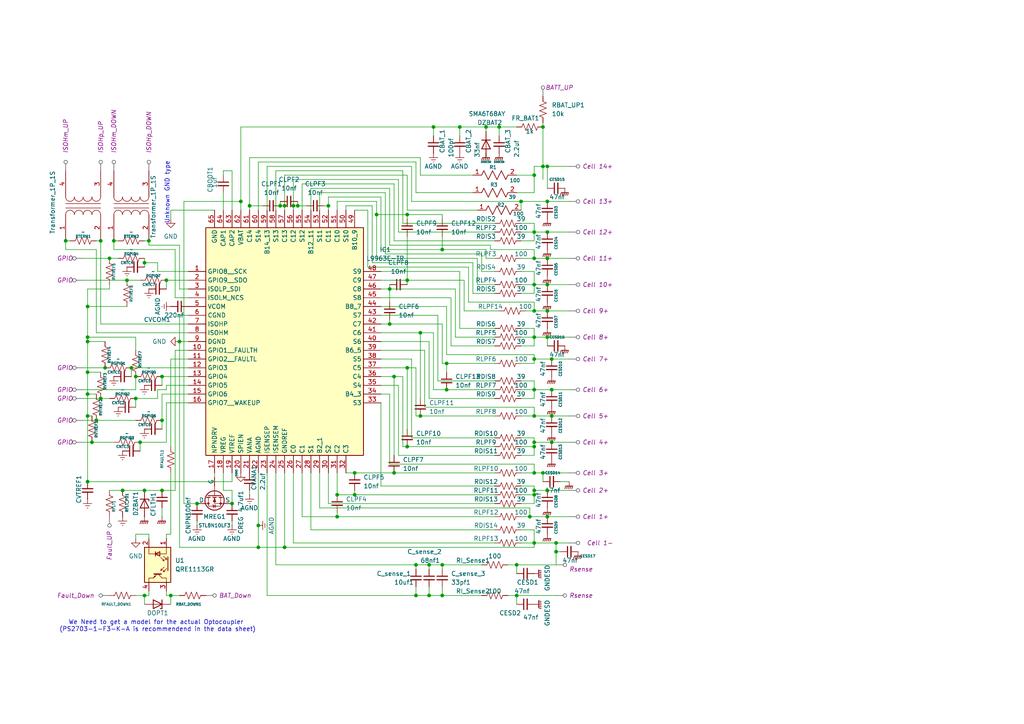
<source format=kicad_sch>
(kicad_sch (version 20231120) (generator "eeschema") (generator_version "8.0")
  (paper "A4")
  (junction (at 35.56 142.24))
  (junction (at 133.35 36.83))
  (junction (at 118.11 129.54))
  (junction (at 160.02 128.27))
  (junction (at 160.02 104.14))
  (junction (at 25.4 88.9))
  (junction (at 57.15 146.05))
  (junction (at 39.37 115.57))
  (junction (at 25.4 99.06))
  (junction (at 118.11 81.28))
  (junction (at 26.67 128.27))
  (junction (at 160.02 113.03))
  (junction (at 114.3 137.16))
  (junction (at 158.75 67.31))
  (junction (at 29.21 69.85))
  (junction (at 154.94 129.54))
  (junction (at 38.1 106.68))
  (junction (at 154.94 128.27))
  (junction (at 43.18 69.85))
  (junction (at 154.94 143.51))
  (junction (at 158.75 58.42))
  (junction (at 41.91 76.2))
  (junction (at 154.94 67.31))
  (junction (at 161.29 157.48))
  (junction (at 113.03 83.82))
  (junction (at 41.91 142.24))
  (junction (at 160.02 120.65))
  (junction (at 128.27 163.83))
  (junction (at 25.4 97.79))
  (junction (at 124.46 172.72))
  (junction (at 25.4 139.7))
  (junction (at 81.28 59.69))
  (junction (at 128.27 172.72))
  (junction (at 82.55 59.69))
  (junction (at 129.54 113.03))
  (junction (at 158.75 90.17))
  (junction (at 97.79 149.86))
  (junction (at 41.91 172.72))
  (junction (at 154.94 157.48))
  (junction (at 154.94 82.55))
  (junction (at 124.46 163.83))
  (junction (at 46.99 121.92))
  (junction (at 121.92 120.65))
  (junction (at 40.64 128.27))
  (junction (at 31.75 74.93))
  (junction (at 74.93 152.4))
  (junction (at 158.75 48.26))
  (junction (at 129.54 105.41))
  (junction (at 121.92 96.52))
  (junction (at 158.75 74.93))
  (junction (at 95.25 59.69))
  (junction (at 114.3 109.22))
  (junction (at 109.22 62.23))
  (junction (at 74.93 158.75))
  (junction (at 158.75 142.24))
  (junction (at 154.94 50.8))
  (junction (at 25.4 114.3))
  (junction (at 149.86 163.83))
  (junction (at 144.78 36.83))
  (junction (at 153.67 149.86))
  (junction (at 161.29 160.02))
  (junction (at 82.55 158.75))
  (junction (at 67.31 146.05))
  (junction (at 25.4 120.65))
  (junction (at 49.53 172.72))
  (junction (at 86.36 59.69))
  (junction (at 102.87 143.51))
  (junction (at 128.27 72.39))
  (junction (at 154.94 74.93))
  (junction (at 118.11 106.68))
  (junction (at 154.94 104.14))
  (junction (at 157.48 48.26))
  (junction (at 19.05 69.85))
  (junction (at 97.79 143.51))
  (junction (at 158.75 82.55))
  (junction (at 157.48 36.83))
  (junction (at 154.94 97.79))
  (junction (at 69.85 58.42))
  (junction (at 149.86 172.72))
  (junction (at 154.94 113.03))
  (junction (at 154.94 137.16))
  (junction (at 113.03 93.98))
  (junction (at 46.99 142.24))
  (junction (at 157.48 137.16))
  (junction (at 39.37 109.22))
  (junction (at 118.11 62.23))
  (junction (at 52.07 99.06))
  (junction (at 125.73 36.83))
  (junction (at 48.26 81.28))
  (junction (at 154.94 142.24))
  (junction (at 151.13 58.42))
  (junction (at 154.94 90.17))
  (junction (at 158.75 149.86))
  (junction (at 29.21 115.57))
  (junction (at 158.75 97.79))
  (junction (at 27.94 121.92))
  (junction (at 33.02 69.85))
  (junction (at 120.65 163.83))
  (junction (at 46.99 109.22))
  (junction (at 30.48 106.68))
  (junction (at 85.09 59.69))
  (junction (at 120.65 172.72))
  (junction (at 72.39 59.69))
  (junction (at 140.97 36.83))
  (junction (at 102.87 137.16))
  (junction (at 36.83 81.28))
  (junction (at 25.4 107.95))
  (junction (at 154.94 120.65))
  (wire (pts (xy 151.13 58.42) (xy 158.75 58.42)))
  (wire (pts (xy 50.8 86.36) (xy 50.8 72.39)))
  (wire (pts (xy 27.94 96.52) (xy 27.94 72.39)))
  (wire (pts (xy 121.92 45.72) (xy 121.92 50.8)))
  (wire (pts (xy 119.38 48.26) (xy 119.38 58.42)))
  (wire (pts (xy 128.27 163.83) (xy 128.27 165.1)))
  (wire (pts (xy 151.13 95.25) (xy 154.94 95.25)))
  (wire (pts (xy 143.51 115.57) (xy 124.46 115.57)))
  (wire (pts (xy 25.4 120.65) (xy 26.67 120.65)))
  (wire (pts (xy 25.4 97.79) (xy 25.4 99.06)))
  (wire (pts (xy 39.37 115.57) (xy 39.37 118.11)))
  (wire (pts (xy 154.94 127) (xy 154.94 128.27)))
  (wire (pts (xy 97.79 149.86) (xy 87.63 149.86)))
  (wire (pts (xy 158.75 97.79) (xy 158.75 100.33)))
  (wire (pts (xy 49.53 172.72) (xy 49.53 175.26)))
  (wire (pts (xy 143.51 153.67) (xy 90.17 153.67)))
  (wire (pts (xy 154.94 67.31) (xy 158.75 67.31)))
  (wire (pts (xy 54.61 101.6) (xy 50.8 101.6)))
  (wire (pts (xy 115.57 67.31) (xy 115.57 52.07)))
  (wire (pts (xy 151.13 97.79) (xy 154.94 97.79)))
  (wire (pts (xy 118.11 106.68) (xy 110.49 106.68)))
  (wire (pts (xy 25.4 88.9) (xy 25.4 97.79)))
  (wire (pts (xy 120.65 120.65) (xy 120.65 106.68)))
  (wire (pts (xy 139.7 172.72) (xy 128.27 172.72)))
  (wire (pts (xy 158.75 142.24) (xy 165.1 142.24)))
  (wire (pts (xy 52.07 158.75) (xy 74.93 158.75)))
  (wire (pts (xy 90.17 54.61) (xy 113.03 54.61)))
  (wire (pts (xy 64.77 49.53) (xy 64.77 50.8)))
  (wire (pts (xy 132.08 83.82) (xy 113.03 83.82)))
  (wire (pts (xy 133.35 36.83) (xy 125.73 36.83)))
  (wire (pts (xy 154.94 142.24) (xy 158.75 142.24)))
  (wire (pts (xy 46.99 121.92) (xy 46.99 124.46)))
  (wire (pts (xy 121.92 96.52) (xy 110.49 96.52)))
  (wire (pts (xy 116.84 129.54) (xy 116.84 109.22)))
  (wire (pts (xy 36.83 81.28) (xy 40.64 81.28)))
  (wire (pts (xy 128.27 72.39) (xy 110.49 72.39)))
  (wire (pts (xy 143.51 67.31) (xy 115.57 67.31)))
  (wire (pts (xy 130.81 100.33) (xy 130.81 86.36)))
  (wire (pts (xy 113.03 114.3) (xy 113.03 134.62)))
  (wire (pts (xy 25.4 114.3) (xy 25.4 120.65)))
  (wire (pts (xy 118.11 106.68) (xy 118.11 124.46)))
  (wire (pts (xy 64.77 142.24) (xy 67.31 142.24)))
  (wire (pts (xy 48.26 171.45) (xy 48.26 172.72)))
  (wire (pts (xy 127 110.49) (xy 127 91.44)))
  (wire (pts (xy 121.92 96.52) (xy 121.92 115.57)))
  (wire (pts (xy 151.13 127) (xy 154.94 127)))
  (wire (pts (xy 154.94 137.16) (xy 157.48 137.16)))
  (wire (pts (xy 154.94 78.74) (xy 154.94 82.55)))
  (wire (pts (xy 86.36 58.42) (xy 86.36 59.69)))
  (wire (pts (xy 135.89 87.63) (xy 154.94 87.63)))
  (wire (pts (xy 107.95 59.69) (xy 100.33 59.69)))
  (wire (pts (xy 67.31 49.53) (xy 64.77 49.53)))
  (wire (pts (xy 151.13 100.33) (xy 154.94 100.33)))
  (wire (pts (xy 110.49 57.15) (xy 95.25 57.15)))
  (wire (pts (xy 100.33 59.69) (xy 100.33 60.96)))
  (wire (pts (xy 154.94 67.31) (xy 154.94 69.85)))
  (wire (pts (xy 116.84 109.22) (xy 114.3 109.22)))
  (wire (pts (xy 116.84 64.77) (xy 143.51 64.77)))
  (wire (pts (xy 109.22 74.93) (xy 109.22 62.23)))
  (wire (pts (xy 29.21 107.95) (xy 25.4 107.95)))
  (wire (pts (xy 45.72 76.2) (xy 41.91 76.2)))
  (wire (pts (xy 45.72 113.03) (xy 45.72 115.57)))
  (wire (pts (xy 113.03 83.82) (xy 110.49 83.82)))
  (wire (pts (xy 143.51 127) (xy 119.38 127)))
  (wire (pts (xy 64.77 137.16) (xy 64.77 142.24)))
  (wire (pts (xy 72.39 143.51) (xy 72.39 142.24)))
  (wire (pts (xy 140.97 44.45) (xy 140.97 45.72)))
  (wire (pts (xy 124.46 172.72) (xy 120.65 172.72)))
  (wire (pts (xy 158.75 90.17) (xy 165.1 90.17)))
  (wire (pts (xy 93.98 59.69) (xy 95.25 59.69)))
  (wire (pts (xy 114.3 53.34) (xy 87.63 53.34)))
  (wire (pts (xy 154.94 118.11) (xy 154.94 120.65)))
  (wire (pts (xy 31.75 74.93) (xy 34.29 74.93)))
  (wire (pts (xy 149.86 163.83) (xy 161.29 163.83)))
  (wire (pts (xy 106.68 60.96) (xy 106.68 77.47)))
  (wire (pts (xy 154.94 157.48) (xy 161.29 157.48)))
  (wire (pts (xy 49.53 104.14) (xy 54.61 104.14)))
  (wire (pts (xy 143.51 120.65) (xy 121.92 120.65)))
  (wire (pts (xy 113.03 134.62) (xy 154.94 134.62)))
  (wire (pts (xy 154.94 102.87) (xy 154.94 104.14)))
  (wire (pts (xy 149.86 163.83) (xy 149.86 166.37)))
  (wire (pts (xy 90.17 60.96) (xy 90.17 54.61)))
  (wire (pts (xy 120.65 163.83) (xy 120.65 165.1)))
  (wire (pts (xy 33.02 69.85) (xy 34.29 69.85)))
  (wire (pts (xy 41.91 69.85) (xy 43.18 69.85)))
  (wire (pts (xy 87.63 53.34) (xy 87.63 60.96)))
  (wire (pts (xy 143.51 85.09) (xy 137.16 85.09)))
  (wire (pts (xy 124.46 99.06) (xy 110.49 99.06)))
  (wire (pts (xy 139.7 73.66) (xy 139.7 78.74)))
  (wire (pts (xy 81.28 58.42) (xy 81.28 59.69)))
  (wire (pts (xy 24.13 74.93) (xy 31.75 74.93)))
  (wire (pts (xy 135.89 77.47) (xy 135.89 87.63)))
  (wire (pts (xy 153.67 147.32) (xy 153.67 149.86)))
  (wire (pts (xy 128.27 68.58) (xy 128.27 72.39)))
  (wire (pts (xy 151.13 85.09) (xy 154.94 85.09)))
  (wire (pts (xy 27.94 114.3) (xy 25.4 114.3)))
  (wire (pts (xy 74.93 137.16) (xy 74.93 152.4)))
  (wire (pts (xy 41.91 172.72) (xy 41.91 175.26)))
  (wire (pts (xy 24.13 81.28) (xy 36.83 81.28)))
  (wire (pts (xy 123.19 118.11) (xy 154.94 118.11)))
  (wire (pts (xy 118.11 63.5) (xy 118.11 62.23)))
  (wire (pts (xy 153.67 149.86) (xy 158.75 149.86)))
  (wire (pts (xy 128.27 170.18) (xy 128.27 172.72)))
  (wire (pts (xy 158.75 48.26) (xy 158.75 54.61)))
  (wire (pts (xy 144.78 90.17) (xy 134.62 90.17)))
  (wire (pts (xy 67.31 152.4) (xy 67.31 151.13)))
  (wire (pts (xy 129.54 105.41) (xy 129.54 107.95)))
  (wire (pts (xy 125.73 36.83) (xy 125.73 39.37)))
  (wire (pts (xy 161.29 160.02) (xy 162.56 160.02)))
  (wire (pts (xy 62.23 60.96) (xy 49.53 60.96)))
  (wire (pts (xy 114.3 69.85) (xy 114.3 53.34)))
  (wire (pts (xy 149.86 50.8) (xy 154.94 50.8)))
  (wire (pts (xy 77.47 137.16) (xy 77.47 172.72)))
  (wire (pts (xy 85.09 137.16) (xy 85.09 157.48)))
  (wire (pts (xy 115.57 111.76) (xy 110.49 111.76)))
  (wire (pts (xy 41.91 76.2) (xy 41.91 77.47)))
  (wire (pts (xy 151.13 149.86) (xy 153.67 149.86)))
  (wire (pts (xy 33.02 72.39) (xy 33.02 69.85)))
  (wire (pts (xy 154.94 110.49) (xy 154.94 113.03)))
  (wire (pts (xy 154.94 64.77) (xy 154.94 67.31)))
  (wire (pts (xy 120.65 106.68) (xy 118.11 106.68)))
  (wire (pts (xy 154.94 82.55) (xy 158.75 82.55)))
  (wire (pts (xy 161.29 157.48) (xy 161.29 160.02)))
  (wire (pts (xy 86.36 59.69) (xy 88.9 59.69)))
  (wire (pts (xy 154.94 104.14) (xy 160.02 104.14)))
  (wire (pts (xy 154.94 95.25) (xy 154.94 97.79)))
  (wire (pts (xy 95.25 59.69) (xy 95.25 60.96)))
  (wire (pts (xy 82.55 59.69) (xy 82.55 50.8)))
  (wire (pts (xy 87.63 149.86) (xy 87.63 137.16)))
  (wire (pts (xy 35.56 142.24) (xy 41.91 142.24)))
  (wire (pts (xy 19.05 72.39) (xy 19.05 69.85)))
  (wire (pts (xy 151.13 137.16) (xy 154.94 137.16)))
  (wire (pts (xy 48.26 81.28) (xy 48.26 83.82)))
  (wire (pts (xy 129.54 113.03) (xy 125.73 113.03)))
  (wire (pts (xy 41.91 172.72) (xy 39.37 172.72)))
  (wire (pts (xy 77.47 172.72) (xy 120.65 172.72)))
  (wire (pts (xy 50.8 101.6) (xy 50.8 142.24)))
  (wire (pts (xy 39.37 97.79) (xy 25.4 97.79)))
  (wire (pts (xy 121.92 120.65) (xy 120.65 120.65)))
  (wire (pts (xy 27.94 69.85) (xy 29.21 69.85)))
  (wire (pts (xy 113.03 93.98) (xy 110.49 93.98)))
  (wire (pts (xy 149.86 172.72) (xy 161.29 172.72)))
  (wire (pts (xy 151.13 120.65) (xy 154.94 120.65)))
  (wire (pts (xy 49.53 137.16) (xy 49.53 154.94)))
  (wire (pts (xy 72.39 59.69) (xy 72.39 45.72)))
  (wire (pts (xy 53.34 146.05) (xy 53.34 58.42)))
  (wire (pts (xy 45.72 115.57) (xy 39.37 115.57)))
  (wire (pts (xy 158.75 67.31) (xy 165.1 67.31)))
  (wire (pts (xy 161.29 160.02) (xy 161.29 163.83)))
  (wire (pts (xy 82.55 158.75) (xy 154.94 158.75)))
  (wire (pts (xy 25.4 139.7) (xy 67.31 139.7)))
  (wire (pts (xy 97.79 143.51) (xy 97.79 137.16)))
  (wire (pts (xy 85.09 52.07) (xy 85.09 59.69)))
  (wire (pts (xy 143.51 146.05) (xy 95.25 146.05)))
  (wire (pts (xy 143.51 100.33) (xy 130.81 100.33)))
  (wire (pts (xy 54.61 93.98) (xy 29.21 93.98)))
  (wire (pts (xy 111.76 73.66) (xy 139.7 73.66)))
  (wire (pts (xy 54.61 111.76) (xy 48.26 111.76)))
  (wire (pts (xy 157.48 35.56) (xy 157.48 36.83)))
  (wire (pts (xy 114.3 109.22) (xy 114.3 132.08)))
  (wire (pts (xy 111.76 55.88) (xy 111.76 73.66)))
  (wire (pts (xy 151.13 64.77) (xy 154.94 64.77)))
  (wire (pts (xy 118.11 68.58) (xy 118.11 81.28)))
  (wire (pts (xy 128.27 105.41) (xy 128.27 93.98)))
  (wire (pts (xy 118.11 81.28) (xy 118.11 82.55)))
  (wire (pts (xy 161.29 157.48) (xy 165.1 157.48)))
  (wire (pts (xy 115.57 132.08) (xy 115.57 111.76)))
  (wire (pts (xy 109.22 62.23) (xy 118.11 62.23)))
  (wire (pts (xy 151.13 110.49) (xy 154.94 110.49)))
  (wire (pts (xy 118.11 129.54) (xy 116.84 129.54)))
  (wire (pts (xy 48.26 128.27) (xy 40.64 128.27)))
  (wire (pts (xy 31.75 82.55) (xy 31.75 83.82)))
  (wire (pts (xy 151.13 143.51) (xy 154.94 143.51)))
  (wire (pts (xy 43.18 156.21) (xy 43.18 154.94)))
  (wire (pts (xy 158.75 97.79) (xy 165.1 97.79)))
  (wire (pts (xy 123.19 101.6) (xy 123.19 118.11)))
  (wire (pts (xy 118.11 60.96) (xy 138.43 60.96)))
  (wire (pts (xy 46.99 114.3) (xy 46.99 121.92)))
  (wire (pts (xy 151.13 78.74) (xy 154.94 78.74)))
  (wire (pts (xy 48.26 172.72) (xy 49.53 172.72)))
  (wire (pts (xy 154.94 50.8) (xy 154.94 55.88)))
  (wire (pts (xy 160.02 113.03) (xy 165.1 113.03)))
  (wire (pts (xy 69.85 58.42) (xy 69.85 36.83)))
  (wire (pts (xy 25.4 107.95) (xy 25.4 114.3)))
  (wire (pts (xy 128.27 93.98) (xy 113.03 93.98)))
  (wire (pts (xy 152.4 90.17) (xy 154.94 90.17)))
  (wire (pts (xy 124.46 163.83) (xy 124.46 165.1)))
  (wire (pts (xy 48.26 116.84) (xy 48.26 128.27)))
  (wire (pts (xy 143.51 149.86) (xy 97.79 149.86)))
  (wire (pts (xy 31.75 142.24) (xy 35.56 142.24)))
  (wire (pts (xy 46.99 147.32) (xy 46.99 149.86)))
  (wire (pts (xy 109.22 74.93) (xy 138.43 74.93)))
  (wire (pts (xy 154.94 82.55) (xy 154.94 85.09)))
  (wire (pts (xy 119.38 127) (xy 119.38 104.14)))
  (wire (pts (xy 124.46 163.83) (xy 120.65 163.83)))
  (wire (pts (xy 82.55 50.8) (xy 118.11 50.8)))
  (wire (pts (xy 43.18 171.45) (xy 43.18 172.72)))
  (wire (pts (xy 113.03 83.82) (xy 113.03 87.63)))
  (wire (pts (xy 25.4 99.06) (xy 25.4 107.95)))
  (wire (pts (xy 77.47 48.26) (xy 119.38 48.26)))
  (wire (pts (xy 74.93 158.75) (xy 82.55 158.75)))
  (wire (pts (xy 97.79 148.59) (xy 97.79 149.86)))
  (wire (pts (xy 120.65 55.88) (xy 137.16 55.88)))
  (wire (pts (xy 151.13 105.41) (xy 154.94 105.41)))
  (wire (pts (xy 158.75 58.42) (xy 165.1 58.42)))
  (wire (pts (xy 151.13 82.55) (xy 154.94 82.55)))
  (wire (pts (xy 80.01 163.83) (xy 120.65 163.83)))
  (wire (pts (xy 81.28 59.69) (xy 82.55 59.69)))
  (wire (pts (xy 137.16 76.2) (xy 107.95 76.2)))
  (wire (pts (xy 110.49 72.39) (xy 110.49 57.15)))
  (wire (pts (xy 24.13 128.27) (xy 26.67 128.27)))
  (wire (pts (xy 50.8 142.24) (xy 46.99 142.24)))
  (wire (pts (xy 52.07 83.82) (xy 52.07 71.12)))
  (wire (pts (xy 151.13 153.67) (xy 154.94 153.67)))
  (wire (pts (xy 54.61 116.84) (xy 48.26 116.84)))
  (wire (pts (xy 107.95 76.2) (xy 107.95 59.69)))
  (wire (pts (xy 109.22 58.42) (xy 97.79 58.42)))
  (wire (pts (xy 82.55 137.16) (xy 82.55 158.75)))
  (wire (pts (xy 143.51 69.85) (xy 114.3 69.85)))
  (wire (pts (xy 133.35 78.74) (xy 110.49 78.74)))
  (wire (pts (xy 143.51 82.55) (xy 138.43 82.55)))
  (wire (pts (xy 109.22 62.23) (xy 109.22 58.42)))
  (wire (pts (xy 143.51 95.25) (xy 133.35 95.25)))
  (wire (pts (xy 149.86 172.72) (xy 149.86 175.26)))
  (wire (pts (xy 151.13 132.08) (xy 154.94 132.08)))
  (wire (pts (xy 46.99 109.22) (xy 54.61 109.22)))
  (wire (pts (xy 160.02 120.65) (xy 165.1 120.65)))
  (wire (pts (xy 143.51 97.79) (xy 132.08 97.79)))
  (wire (pts (xy 120.65 170.18) (xy 120.65 172.72)))
  (wire (pts (xy 157.48 137.16) (xy 157.48 139.7)))
  (wire (pts (xy 49.53 129.54) (xy 49.53 104.14)))
  (wire (pts (xy 138.43 82.55) (xy 138.43 74.93)))
  (wire (pts (xy 110.49 140.97) (xy 110.49 116.84)))
  (wire (pts (xy 149.86 55.88) (xy 154.94 55.88)))
  (wire (pts (xy 69.85 60.96) (xy 69.85 58.42)))
  (wire (pts (xy 29.21 69.85) (xy 29.21 93.98)))
  (wire (pts (xy 120.65 55.88) (xy 120.65 46.99)))
  (wire (pts (xy 48.26 111.76) (xy 48.26 113.03)))
  (wire (pts (xy 119.38 104.14) (xy 110.49 104.14)))
  (wire (pts (xy 147.32 163.83) (xy 149.86 163.83)))
  (wire (pts (xy 48.26 81.28) (xy 54.61 81.28)))
  (wire (pts (xy 54.61 78.74) (xy 45.72 78.74)))
  (wire (pts (xy 151.13 113.03) (xy 154.94 113.03)))
  (wire (pts (xy 134.62 81.28) (xy 118.11 81.28)))
  (wire (pts (xy 67.31 49.53) (xy 67.31 60.96)))
  (wire (pts (xy 52.07 99.06) (xy 54.61 99.06)))
  (wire (pts (xy 39.37 101.6) (xy 39.37 97.79)))
  (wire (pts (xy 100.33 137.16) (xy 102.87 137.16)))
  (wire (pts (xy 54.61 91.44) (xy 52.07 91.44)))
  (wire (pts (xy 52.07 91.44) (xy 52.07 99.06)))
  (wire (pts (xy 85.09 157.48) (xy 143.51 157.48)))
  (wire (pts (xy 160.02 128.27) (xy 165.1 128.27)))
  (wire (pts (xy 102.87 142.24) (xy 102.87 143.51)))
  (wire (pts (xy 74.93 152.4) (xy 74.93 158.75)))
  (wire (pts (xy 85.09 59.69) (xy 86.36 59.69)))
  (wire (pts (xy 144.78 36.83) (xy 144.78 39.37)))
  (wire (pts (xy 154.94 134.62) (xy 154.94 137.16)))
  (wire (pts (xy 57.15 146.05) (xy 53.34 146.05)))
  (wire (pts (xy 154.94 158.75) (xy 154.94 157.48)))
  (wire (pts (xy 43.18 154.94) (xy 39.37 154.94)))
  (wire (pts (xy 115.57 52.07) (xy 85.09 52.07)))
  (wire (pts (xy 157.48 48.26) (xy 158.75 48.26)))
  (wire (pts (xy 118.11 50.8) (xy 118.11 60.96)))
  (wire (pts (xy 54.61 83.82) (xy 52.07 83.82)))
  (wire (pts (xy 127 91.44) (xy 110.49 91.44)))
  (wire (pts (xy 102.87 137.16) (xy 114.3 137.16)))
  (wire (pts (xy 39.37 154.94) (xy 39.37 156.21)))
  (wire (pts (xy 92.71 55.88) (xy 111.76 55.88)))
  (wire (pts (xy 157.48 36.83) (xy 157.48 48.26)))
  (wire (pts (xy 113.03 92.71) (xy 113.03 93.98)))
  (wire (pts (xy 143.51 129.54) (xy 118.11 129.54)))
  (wire (pts (xy 140.97 36.83) (xy 140.97 38.1)))
  (wire (pts (xy 113.03 82.55) (xy 113.03 83.82)))
  (wire (pts (xy 97.79 58.42) (xy 97.79 60.96)))
  (wire (pts (xy 129.54 105.41) (xy 128.27 105.41)))
  (wire (pts (xy 77.47 60.96) (xy 77.47 48.26)))
  (wire (pts (xy 54.61 114.3) (xy 46.99 114.3)))
  (wire (pts (xy 147.32 172.72) (xy 149.86 172.72)))
  (wire (pts (xy 154.94 72.39) (xy 154.94 74.93)))
  (wire (pts (xy 113.03 54.61) (xy 113.03 71.12)))
  (wire (pts (xy 114.3 109.22) (xy 110.49 109.22)))
  (wire (pts (xy 67.31 142.24) (xy 67.31 146.05)))
  (wire (pts (xy 24.13 113.03) (xy 39.37 113.03)))
  (wire (pts (xy 151.13 115.57) (xy 154.94 115.57)))
  (wire (pts (xy 27.94 121.92) (xy 39.37 121.92)))
  (wire (pts (xy 29.21 115.57) (xy 31.75 115.57)))
  (wire (pts (xy 140.97 36.83) (xy 133.35 36.83)))
  (wire (pts (xy 154.94 104.14) (xy 154.94 105.41)))
  (wire (pts (xy 25.4 83.82) (xy 25.4 88.9)))
  (wire (pts (xy 118.11 81.28) (xy 110.49 81.28)))
  (wire (pts (xy 54.61 86.36) (xy 50.8 86.36)))
  (wire (pts (xy 154.94 113.03) (xy 154.94 115.57)))
  (wire (pts (xy 165.1 104.14) (xy 160.02 104.14)))
  (wire (pts (xy 142.24 72.39) (xy 154.94 72.39)))
  (wire (pts (xy 151.13 74.93) (xy 154.94 74.93)))
  (wire (pts (xy 129.54 88.9) (xy 129.54 102.87)))
  (wire (pts (xy 154.94 90.17) (xy 158.75 90.17)))
  (wire (pts (xy 49.53 172.72) (xy 52.07 172.72)))
  (wire (pts (xy 154.94 153.67) (xy 154.94 157.48)))
  (wire (pts (xy 124.46 115.57) (xy 124.46 99.06)))
  (wire (pts (xy 120.65 46.99) (xy 74.93 46.99)))
  (wire (pts (xy 39.37 113.03) (xy 39.37 109.22)))
  (wire (pts (xy 154.94 128.27) (xy 160.02 128.27)))
  (wire (pts (xy 128.27 63.5) (xy 128.27 62.23)))
  (wire (pts (xy 128.27 172.72) (xy 124.46 172.72)))
  (wire (pts (xy 41.91 142.24) (xy 46.99 142.24)))
  (wire (pts (xy 72.39 45.72) (xy 121.92 45.72)))
  (wire (pts (xy 90.17 153.67) (xy 90.17 137.16)))
  (wire (pts (xy 48.26 113.03) (xy 45.72 113.03)))
  (wire (pts (xy 143.51 110.49) (xy 127 110.49)))
  (wire (pts (xy 154.94 129.54) (xy 154.94 132.08)))
  (wire (pts (xy 52.07 99.06) (xy 52.07 158.75)))
  (wire (pts (xy 134.62 90.17) (xy 134.62 81.28)))
  (wire (pts (xy 102.87 60.96) (xy 106.68 60.96)))
  (wire (pts (xy 54.61 96.52) (xy 27.94 96.52)))
  (wire (pts (xy 106.68 77.47) (xy 135.89 77.47)))
  (wire (pts (xy 154.94 97.79) (xy 154.94 100.33)))
  (wire (pts (xy 154.94 113.03) (xy 160.02 113.03)))
  (wire (pts (xy 140.97 74.93) (xy 140.97 72.39)))
  (wire (pts (xy 50.8 72.39) (xy 33.02 72.39)))
  (wire (pts (xy 154.94 128.27) (xy 154.94 129.54)))
  (wire (pts (xy 162.56 139.7) (xy 165.1 139.7)))
  (wire (pts (xy 24.13 106.68) (xy 30.48 106.68)))
  (wire (pts (xy 154.94 140.97) (xy 154.94 142.24)))
  (wire (pts (xy 154.94 143.51) (xy 154.94 146.05)))
  (wire (pts (xy 129.54 102.87) (xy 154.94 102.87)))
  (wire (pts (xy 154.94 120.65) (xy 160.02 120.65)))
  (wire (pts (xy 62.23 138.43) (xy 62.23 137.16)))
  (wire (pts (xy 154.94 97.79) (xy 158.75 97.79)))
  (wire (pts (xy 151.13 69.85) (xy 154.94 69.85)))
  (wire (pts (xy 132.08 97.79) (xy 132.08 83.82)))
  (wire (pts (xy 128.27 163.83) (xy 124.46 163.83)))
  (wire (pts (xy 158.75 48.26) (xy 165.1 48.26)))
  (wire (pts (xy 110.49 101.6) (xy 123.19 101.6)))
  (wire (pts (xy 154.94 74.93) (xy 158.75 74.93)))
  (wire (pts (xy 80.01 49.53) (xy 80.01 60.96)))
  (wire (pts (xy 92.71 137.16) (xy 92.71 147.32)))
  (wire (pts (xy 139.7 78.74) (xy 143.51 78.74)))
  (wire (pts (xy 45.72 78.74) (xy 45.72 76.2)))
  (wire (pts (xy 43.18 71.12) (xy 43.18 69.85)))
  (wire (pts (xy 95.25 146.05) (xy 95.25 137.16)))
  (wire (pts (xy 46.99 109.22) (xy 46.99 111.76)))
  (wire (pts (xy 80.01 49.53) (xy 116.84 49.53)))
  (wire (pts (xy 19.05 69.85) (xy 20.32 69.85)))
  (wire (pts (xy 25.4 120.65) (xy 25.4 139.7)))
  (wire (pts (xy 49.53 60.96) (xy 49.53 63.5)))
  (wire (pts (xy 151.13 129.54) (xy 154.94 129.54)))
  (wire (pts (xy 38.1 106.68) (xy 54.61 106.68)))
  (wire (pts (xy 165.1 149.86) (xy 158.75 149.86)))
  (wire (pts (xy 95.25 57.15) (xy 95.25 59.69)))
  (wire (pts (xy 43.18 172.72) (xy 41.91 172.72)))
  (wire (pts (xy 85.09 59.69) (xy 85.09 60.96)))
  (wire (pts (xy 154.94 48.26) (xy 154.94 50.8)))
  (wire (pts (xy 137.16 85.09) (xy 137.16 76.2)))
  (wire (pts (xy 74.93 46.99) (xy 74.93 60.96)))
  (wire (pts (xy 149.86 36.83) (xy 144.78 36.83)))
  (wire (pts (xy 30.48 99.06) (xy 25.4 99.06)))
  (wire (pts (xy 128.27 62.23) (xy 118.11 62.23)))
  (wire (pts (xy 26.67 128.27) (xy 33.02 128.27)))
  (wire (pts (xy 143.51 140.97) (xy 110.49 140.97)))
  (wire (pts (xy 57.15 152.4) (xy 57.15 151.13)))
  (wire (pts (xy 40.64 128.27) (xy 40.64 130.81)))
  (wire (pts (xy 151.13 67.31) (xy 154.94 67.31)))
  (wire (pts (xy 143.51 143.51) (xy 102.87 143.51)))
  (wire (pts (xy 92.71 147.32) (xy 153.67 147.32)))
  (wire (pts (xy 82.55 60.96) (xy 82.55 59.69)))
  (wire (pts (xy 124.46 170.18) (xy 124.46 172.72)))
  (wire (pts (xy 143.51 105.41) (xy 129.54 105.41)))
  (wire (pts (xy 151.13 146.05) (xy 154.94 146.05)))
  (wire (pts (xy 67.31 137.16) (xy 67.31 139.7)))
  (wire (pts (xy 154.94 48.26) (xy 157.48 48.26)))
  (wire (pts (xy 130.81 86.36) (xy 110.49 86.36)))
  (wire (pts (xy 110.49 88.9) (xy 129.54 88.9)))
  (wire (pts (xy 143.51 113.03) (xy 129.54 113.03)))
  (wire (pts (xy 92.71 60.96) (xy 92.71 55.88)))
  (wire (pts (xy 116.84 49.53) (xy 116.84 64.77)))
  (wire (pts (xy 151.13 157.48) (xy 154.94 157.48)))
  (wire (pts (xy 139.7 163.83) (xy 128.27 163.83)))
  (wire (pts (xy 114.3 137.16) (xy 143.51 137.16)))
  (wire (pts (xy 113.03 71.12) (xy 142.24 71.12)))
  (wire (pts (xy 64.77 55.88) (xy 64.77 60.96)))
  (wire (pts (xy 151.13 140.97) (xy 154.94 140.97)))
  (wire (pts (xy 121.92 50.8) (xy 137.16 50.8)))
  (wire (pts (xy 151.13 60.96) (xy 151.13 58.42)))
  (wire (pts (xy 140.97 72.39) (xy 128.27 72.39)))
  (wire (pts (xy 31.75 83.82) (xy 25.4 83.82)))
  (wire (pts (xy 69.85 36.83) (xy 125.73 36.83)))
  (wire (pts (xy 110.49 114.3) (xy 113.03 114.3)))
  (wire (pts (xy 157.48 48.26) (xy 157.48 52.07)))
  (wire (pts (xy 24.13 115.57) (xy 29.21 115.57)))
  (wire (pts (xy 80.01 137.16) (xy 80.01 163.83)))
  (wire (pts (xy 143.51 74.93) (xy 140.97 74.93)))
  (wire (pts (xy 133.35 36.83) (xy 133.35 39.37)))
  (wire (pts (xy 24.13 121.92) (xy 27.94 121.92)))
  (wire (pts (xy 52.07 71.12) (xy 43.18 71.12)))
  (wire (pts (xy 125.73 96.52) (xy 121.92 96.52)))
  (wire (pts (xy 143.51 132.08) (xy 115.57 132.08)))
  (wire (pts (xy 48.26 154.94) (xy 48.26 156.21)))
  (wire (pts (xy 53.34 58.42) (xy 69.85 58.42)))
  (wire (pts (xy 119.38 58.42) (xy 151.13 58.42)))
  (wire (pts (xy 27.94 72.39) (xy 19.05 72.39)))
  (wire (pts (xy 36.83 88.9) (xy 25.4 88.9)))
  (wire (pts (xy 158.75 74.93) (xy 165.1 74.93)))
  (wire (pts (xy 72.39 59.69) (xy 76.2 59.69)))
  (wire (pts (xy 41.91 74.93) (xy 41.91 76.2)))
  (wire (pts (xy 38.1 106.68) (xy 38.1 109.22)))
  (wire (pts (xy 125.73 113.03) (xy 125.73 96.52)))
  (wire (pts (xy 154.94 142.24) (xy 154.94 143.51)))
  (wire (pts (xy 102.87 143.51) (xy 97.79 143.51)))
  (wire (pts (xy 144.78 36.83) (xy 140.97 36.83)))
  (wire (pts (xy 72.39 60.96) (xy 72.39 59.69)))
  (wire (pts (xy 157.48 137.16) (xy 165.1 137.16)))
  (wire (pts (xy 142.24 71.12) (xy 142.24 72.39)))
  (wire (pts (xy 154.94 87.63) (xy 154.94 90.17)))
  (wire (pts (xy 49.53 154.94) (xy 48.26 154.94)))
  (wire (pts (xy 158.75 82.55) (xy 165.1 82.55)))
  (wire (pts (xy 133.35 95.25) (xy 133.35 78.74)))
  (text "Unknown GND type\n\n" (at 49.53 55.88 90) (effects (font (size 1.27 1.27))))
  (text "We Need to get a model for the actual Optocoupler \n(PS2703-1-F3-K-A is recommendend in the data sheet)" (at 45.72 181.61 0) (effects (font (size 1.27 1.27))))
  (netclass_flag "" (length 2.54) (shape round) (at 165.1 157.48 270) (property "Netclass" "Cell 1-" (at 170.18 157.48 0) (effects (font (italic yes)) (justify left))))
  (netclass_flag "" (length 2.54) (shape round) (at 24.13 121.92 90) (property "Netclass" "GPIO" (at 16.51 121.92 0) (effects (font (italic yes)) (justify left))))
  (netclass_flag "" (length 2.54) (shape round) (at 31.75 149.86 180) (property "Netclass" "Fault_UP" (at 31.75 162.56 90) (effects (font (italic yes)) (justify left))))
  (netclass_flag "" (length 2.54) (shape round) (at 29.21 49.53 0) (property "Netclass" "ISOHp_UP" (at 29.21 44.45 90) (effects (font (italic yes)) (justify left))))
  (netclass_flag "" (length 2.54) (shape round) (at 165.1 82.55 270) (property "Netclass" "Cell 10+" (at 168.91 82.55 0) (effects (font (italic yes)) (justify left))))
  (netclass_flag "" (length 2.54) (shape round) (at 59.69 172.72 270) (property "Netclass" "BAT_Down" (at 63.5 172.72 0) (effects (font (italic yes)) (justify left))))
  (netclass_flag "" (length 2.54) (shape round) (at 161.29 172.72 270) (property "Netclass" "Rsense" (at 165.1 172.72 0) (effects (font (italic yes)) (justify left))))
  (netclass_flag "" (length 2.54) (shape round) (at 157.48 27.94 0) (property "Netclass" "BATT_UP" (at 158.1785 25.4 0) (effects (font (italic yes)) (justify left))))
  (netclass_flag "" (length 2.54) (shape round) (at 165.1 104.14 270) (property "Netclass" "Cell 7+" (at 168.91 104.14 0) (effects (font (italic yes)) (justify left))))
  (netclass_flag "" (length 2.54) (shape round) (at 165.1 58.42 270) (property "Netclass" "Cell 13+" (at 168.91 58.42 0) (effects (font (italic yes)) (justify left))))
  (netclass_flag "" (length 2.54) (shape round) (at 165.1 120.65 270) (property "Netclass" "Cell 5+" (at 168.91 120.65 0) (effects (font (italic yes)) (justify left))))
  (netclass_flag "" (length 2.54) (shape round) (at 19.05 49.53 0) (property "Netclass" "ISOHm_UP" (at 19.05 44.45 90) (effects (font (italic yes)) (justify left))))
  (netclass_flag "" (length 2.54) (shape round) (at 165.1 142.24 270) (property "Netclass" "Cell 2+" (at 168.91 142.24 0) (effects (font (italic yes)) (justify left))))
  (netclass_flag "" (length 2.54) (shape round) (at 24.13 81.28 90) (property "Netclass" "GPIO" (at 16.51 81.28 0) (effects (font (italic yes)) (justify left))))
  (netclass_flag "" (length 2.54) (shape round) (at 43.18 49.53 0) (property "Netclass" "ISOHp_DOWN" (at 43.18 44.45 90) (effects (font (italic yes)) (justify left))))
  (netclass_flag "" (length 2.54) (shape round) (at 165.1 48.26 270) (property "Netclass" "Cell 14+" (at 168.91 48.26 0) (effects (font (italic yes)) (justify left))))
  (netclass_flag "" (length 2.54) (shape round) (at 165.1 67.31 270) (property "Netclass" "Cell 12+" (at 168.91 67.31 0) (effects (font (italic yes)) (justify left))))
  (netclass_flag "" (length 2.54) (shape round) (at 165.1 128.27 270) (property "Netclass" "Cell 4+" (at 168.91 128.27 0) (effects (font (italic yes)) (justify left))))
  (netclass_flag "" (length 2.54) (shape round) (at 24.13 106.68 90) (property "Netclass" "GPIO" (at 16.51 106.68 0) (effects (font (italic yes)) (justify left))))
  (netclass_flag "" (length 2.54) (shape round) (at 24.13 115.57 90) (property "Netclass" "GPIO" (at 16.51 115.57 0) (effects (font (italic yes)) (justify left))))
  (netclass_flag "" (length 2.54) (shape round) (at 24.13 113.03 90) (property "Netclass" "GPIO" (at 16.51 113.03 0) (effects (font (italic yes)) (justify left))))
  (netclass_flag "" (length 2.54) (shape round) (at 161.29 163.83 270) (property "Netclass" "Rsense" (at 165.1 165.1 0) (effects (font (italic yes)) (justify left))))
  (netclass_flag "" (length 2.54) (shape round) (at 165.1 113.03 270) (property "Netclass" "Cell 6+" (at 168.91 113.03 0) (effects (font (italic yes)) (justify left))))
  (netclass_flag "" (length 2.54) (shape round) (at 165.1 149.86 270) (property "Netclass" "Cell 1+" (at 168.91 149.86 0) (effects (font (italic yes)) (justify left))))
  (netclass_flag "" (length 2.54) (shape round) (at 31.75 172.72 90) (property "Netclass" "Fault_Down" (at 16.51 172.72 0) (effects (font (italic yes)) (justify left))))
  (netclass_flag "" (length 2.54) (shape round) (at 165.1 74.93 270) (property "Netclass" "Cell 11+" (at 168.91 74.93 0) (effects (font (italic yes)) (justify left))))
  (netclass_flag "" (length 2.54) (shape round) (at 24.13 74.93 90) (property "Netclass" "GPIO" (at 16.51 74.93 0) (effects (font (italic yes)) (justify left))))
  (netclass_flag "" (length 2.54) (shape round) (at 165.1 137.16 270) (property "Netclass" "Cell 3+" (at 168.91 137.16 0) (effects (font (italic yes)) (justify left))))
  (netclass_flag "" (length 2.54) (shape round) (at 165.1 97.79 270) (property "Netclass" "Cell 8+" (at 168.91 97.79 0) (effects (font (italic yes)) (justify left))))
  (netclass_flag "" (length 2.54) (shape round) (at 33.02 49.53 0) (property "Netclass" "ISOHm_DOWN" (at 33.02 44.45 90) (effects (font (italic yes)) (justify left))))
  (netclass_flag "" (length 2.54) (shape round) (at 24.13 128.27 90) (property "Netclass" "GPIO" (at 16.51 128.27 0) (effects (font (italic yes)) (justify left))))
  (netclass_flag "" (length 2.54) (shape round) (at 165.1 90.17 270) (property "Netclass" "Cell 9+" (at 168.91 90.17 0) (effects (font (italic yes)) (justify left))))
  (symbol (lib_id "Device:R_US") (at 43.18 121.92 90) (unit 1)
    (property "Reference" "RGPIO6" (at 43.18 120.65 90) (effects (font (size 0.762 0.762))))
    (property "Value" "~" (at 43.18 119.38 90))
    (property "Description" "Resistor, US symbol" (effects (hide yes)))
  )
  (symbol (lib_id "power:GNDREF") (at 25.4 144.78 0) (unit 1)
    (property "Reference" "#PWR01" (effects (hide yes)))
    (property "Value" "GNDREF" (effects (hide yes)))
    (property "Description" "Power symbol creates a global label with name \"GNDREF\" , reference supply ground" (effects (hide yes)))
  )
  (symbol (lib_id "Device:R_US") (at 143.51 172.72 90) (unit 1)
    (property "Reference" "RI_Sense2" (at 137.16 171.45 90))
    (property "Value" "100" (at 143.51 171.45 90))
    (property "Description" "Resistor, US symbol" (effects (hide yes)))
  )
  (symbol (lib_id "Device:R_US") (at 147.32 143.51 90) (unit 1)
    (property "Reference" "RLPF11" (at 140.97 142.24 90))
    (property "Value" "100" (at 151.13 142.24 90))
    (property "Description" "Resistor, US symbol" (effects (hide yes)))
  )
  (symbol (lib_id "Device:C_Small") (at 64.77 53.34 0) (unit 1)
    (property "Reference" "CBOOT1" (at 60.96 55.88 90) (effects (justify left)))
    (property "Value" "1uf" (at 62.23 54.61 90) (effects (justify left)))
    (property "Description" "Unpolarized capacitor, small symbol" (effects (hide yes)))
  )
  (symbol (lib_id "Device:R_US") (at 31.75 146.05 180) (unit 1)
    (property "Reference" "RFLT1" (at 33.02 148.59 90) (effects (font (size 0.762 0.762)) (justify right)))
    (property "Value" "R_US" (effects (hide yes)))
    (property "Description" "Resistor, US symbol" (effects (hide yes)))
  )
  (symbol (lib_id "Device:C_Small") (at 72.39 139.7 180) (unit 1)
    (property "Reference" "CVANA1" (at 73.66 142.24 90) (effects (justify right)))
    (property "Value" "2.2uf" (at 76.2 142.24 90) (effects (justify right)))
    (property "Description" "Unpolarized capacitor, small symbol" (effects (hide yes)))
  )
  (symbol (lib_id "power:GNDPWR") (at 160.02 125.73 0) (unit 1)
    (property "Reference" "#PWR036" (effects (hide yes)))
    (property "Value" "GNDESD" (effects (hide yes)))
    (property "Description" "Power symbol creates a global label with name \"GNDPWR\" , global ground" (effects (hide yes)))
  )
  (symbol (lib_id "Device:R_US") (at 35.56 172.72 270) (unit 1)
    (property "Reference" "RFAULT_DOWN1" (at 38.1 175.26 90) (effects (font (size 0.762 0.762)) (justify right)))
    (property "Value" "R_US" (effects (hide yes)))
    (property "Description" "Resistor, US symbol" (effects (hide yes)))
  )
  (symbol (lib_id "Device:C_Small") (at 67.31 148.59 0) (unit 1)
    (property "Reference" "4.7uf1" (at 69.85 148.59 90) (effects (justify left)))
    (property "Value" "CREG" (at 69.85 154.94 90) (effects (justify left)))
    (property "Description" "Unpolarized capacitor, small symbol" (effects (hide yes)))
  )
  (symbol (lib_id "Device:C_Small") (at 129.54 110.49 0) (unit 1)
    (property "Reference" "CLPF13" (at 132.08 109.2262 0) (effects (justify left)))
    (property "Value" "10nf" (at 132.08 111.7662 0) (effects (justify left)))
    (property "Description" "Unpolarized capacitor, small symbol" (effects (hide yes)))
  )
  (symbol (lib_id "Device:R_US") (at 31.75 78.74 180) (unit 1)
    (property "Reference" "RVTREF5" (at 33.02 81.28 90) (effects (font (size 0.762 0.762)) (justify right)))
    (property "Value" "R_US" (effects (hide yes)))
    (property "Description" "Resistor, US symbol" (effects (hide yes)))
  )
  (symbol (lib_id "Device:R_US") (at 38.1 69.85 90) (unit 1)
    (property "Reference" "RTERM2" (at 38.1 68.58 90) (effects (font (size 0.762 0.762))))
    (property "Value" "~" (at 38.1 67.31 90))
    (property "Description" "Resistor, US symbol" (effects (hide yes)))
  )
  (symbol (lib_id "Device:C_Small") (at 158.75 152.4 0) (unit 1)
    (property "Reference" "CESD9" (at 161.29 154.94 90) (effects (font (size 0.762 0.762)) (justify left)))
    (property "Value" "47nf" (at 156.21 154.94 90) (effects (justify left)))
    (property "Description" "Unpolarized capacitor, small symbol" (effects (hide yes)))
  )
  (symbol (lib_id "Device:C_Small") (at 128.27 66.04 0) (unit 1)
    (property "Reference" "CLPF12" (at 130.81 64.7762 0) (effects (justify left)))
    (property "Value" "10nf" (at 130.81 67.3162 0) (effects (justify left)))
    (property "Description" "Unpolarized capacitor, small symbol" (effects (hide yes)))
  )
  (symbol (lib_id "Device:C_Small") (at 158.75 144.78 0) (unit 1)
    (property "Reference" "CESD8" (at 161.29 147.32 90) (effects (font (size 0.762 0.762)) (justify left)))
    (property "Value" "47nf" (at 156.21 147.32 90) (effects (justify left)))
    (property "Description" "Unpolarized capacitor, small symbol" (effects (hide yes)))
  )
  (symbol (lib_id "Device:C_Small") (at 114.3 134.62 0) (unit 1)
    (property "Reference" "CLPF7" (at 116.84 133.3562 0) (effects (justify left)))
    (property "Value" "10nf" (at 116.84 135.8962 0) (effects (justify left)))
    (property "Description" "Unpolarized capacitor, small symbol" (effects (hide yes)))
  )
  (symbol (lib_id "Device:R_US") (at 34.29 106.68 90) (unit 1)
    (property "Reference" "RGPIO1" (at 34.29 105.41 90) (effects (font (size 0.762 0.762))))
    (property "Value" "~" (at 34.29 104.14 90))
    (property "Description" "Resistor, US symbol" (effects (hide yes)))
  )
  (symbol (lib_id "power:GNDREF") (at 43.18 83.82 0) (unit 1)
    (property "Reference" "#PWR011" (effects (hide yes)))
    (property "Value" "GNDREF" (effects (hide yes)))
    (property "Description" "Power symbol creates a global label with name \"GNDREF\" , reference supply ground" (effects (hide yes)))
  )
  (symbol (lib_id "Device:R_US") (at 147.32 113.03 90) (unit 1)
    (property "Reference" "RLPF7" (at 140.97 111.76 90))
    (property "Value" "100" (at 151.13 111.76 90))
    (property "Description" "Resistor, US symbol" (effects (hide yes)))
  )
  (symbol (lib_id "power:GNDREF") (at 74.93 152.4 90) (unit 1)
    (property "Reference" "#PWR020" (effects (hide yes)))
    (property "Value" "AGND" (at 78.74 149.86 0) (effects (justify right)))
    (property "Description" "Power symbol creates a global label with name \"GNDREF\" , reference supply ground" (effects (hide yes)))
  )
  (symbol (lib_id "Device:C_Small") (at 118.11 66.04 0) (unit 1)
    (property "Reference" "CLPF9" (at 120.65 64.7762 0) (effects (justify left)))
    (property "Value" "10nf" (at 120.65 67.3162 0) (effects (justify left)))
    (property "Description" "Unpolarized capacitor, small symbol" (effects (hide yes)))
  )
  (symbol (lib_id "power:GNDREF") (at 33.02 109.22 0) (unit 1)
    (property "Reference" "#PWR02" (effects (hide yes)))
    (property "Value" "GNDREF" (effects (hide yes)))
    (property "Description" "Power symbol creates a global label with name \"GNDREF\" , reference supply ground" (effects (hide yes)))
  )
  (symbol (lib_id "Device:C_Small") (at 35.56 109.22 90) (unit 1)
    (property "Reference" "CNTC1" (at 33.02 107.95 90) (effects (font (size 0.762 0.762))))
    (property "Value" "~" (at 35.5663 105.41 90))
    (property "Description" "Unpolarized capacitor, small symbol" (effects (hide yes)))
  )
  (symbol (lib_id "power:GNDREF") (at 49.53 88.9 270) (unit 1)
    (property "Reference" "#PWR014" (effects (hide yes)))
    (property "Value" "AGND" (at 45.72 91.44 0) (effects (justify right)))
    (property "Description" "Power symbol creates a global label with name \"GNDREF\" , reference supply ground" (effects (hide yes)))
  )
  (symbol (lib_id "power:GNDPWR") (at 158.75 147.32 0) (unit 1)
    (property "Reference" "#PWR032" (effects (hide yes)))
    (property "Value" "GNDESD" (effects (hide yes)))
    (property "Description" "Power symbol creates a global label with name \"GNDPWR\" , global ground" (effects (hide yes)))
  )
  (symbol (lib_id "power:GNDPWR") (at 41.91 149.86 0) (unit 1)
    (property "Reference" "#PWR010" (effects (hide yes)))
    (property "Value" "GNDESD" (effects (hide yes)))
    (property "Description" "Power symbol creates a global label with name \"GNDPWR\" , global ground" (effects (hide yes)))
  )
  (symbol (lib_id "Device:D_Zener") (at 41.91 146.05 270) (unit 1)
    (property "Reference" "DZBAT1" (at 39.37 146.05 0))
    (property "Value" "D_Zener" (effects (hide yes)))
    (property "Description" "Zener diode" (effects (hide yes)))
  )
  (symbol (lib_id "Device:C_Small") (at 160.02 130.81 0) (unit 1)
    (property "Reference" "CESD13" (at 162.56 133.35 90) (effects (font (size 0.762 0.762)) (justify left)))
    (property "Value" "47nf" (at 157.48 133.35 90) (effects (justify left)))
    (property "Description" "Unpolarized capacitor, small symbol" (effects (hide yes)))
  )
  (symbol (lib_id "power:GNDREF") (at 41.91 111.76 0) (unit 1)
    (property "Reference" "#PWR08" (effects (hide yes)))
    (property "Value" "GNDREF" (effects (hide yes)))
    (property "Description" "Power symbol creates a global label with name \"GNDREF\" , reference supply ground" (effects (hide yes)))
  )
  (symbol (lib_id "power:GNDPWR") (at 158.75 72.39 0) (unit 1)
    (property "Reference" "#PWR028" (effects (hide yes)))
    (property "Value" "GNDESD" (effects (hide yes)))
    (property "Description" "Power symbol creates a global label with name \"GNDPWR\" , global ground" (effects (hide yes)))
  )
  (symbol (lib_id "Device:R_US") (at 147.32 110.49 90) (unit 1)
    (property "Reference" "RDIS8" (at 140.97 109.22 90))
    (property "Value" "39" (at 151.13 109.22 90))
    (property "Description" "Resistor, US symbol" (effects (hide yes)))
  )
  (symbol (lib_id "Device:R_US") (at 24.13 69.85 90) (unit 1)
    (property "Reference" "RTERM1" (at 24.13 68.58 90) (effects (font (size 0.762 0.762))))
    (property "Value" "~" (at 24.13 67.31 90))
    (property "Description" "Resistor, US symbol" (effects (hide yes)))
  )
  (symbol (lib_id "Device:R_US") (at 39.37 105.41 180) (unit 1)
    (property "Reference" "RVTREF7" (at 40.64 106.68 90) (effects (font (size 0.762 0.762)) (justify right)))
    (property "Value" "R_US" (effects (hide yes)))
    (property "Description" "Resistor, US symbol" (effects (hide yes)))
  )
  (symbol (lib_id "power:GNDPWR") (at 158.75 87.63 0) (unit 1)
    (property "Reference" "#PWR030" (effects (hide yes)))
    (property "Value" "GNDESD" (effects (hide yes)))
    (property "Description" "Power symbol creates a global label with name \"GNDPWR\" , global ground" (effects (hide yes)))
  )
  (symbol (lib_id "Device:R_US") (at 147.32 153.67 90) (unit 1)
    (property "Reference" "RDIS14" (at 140.97 152.4 90))
    (property "Value" "39" (at 151.13 152.4 90))
    (property "Description" "Resistor, US symbol" (effects (hide yes)))
  )
  (symbol (lib_id "Device:R_US") (at 38.1 74.93 90) (unit 1)
    (property "Reference" "RGPIO4" (at 38.1 73.66 90) (effects (font (size 0.762 0.762))))
    (property "Value" "~" (at 38.1 72.39 90))
    (property "Description" "Resistor, US symbol" (effects (hide yes)))
  )
  (symbol (lib_id "Device:R_US") (at 44.45 81.28 90) (unit 1)
    (property "Reference" "RGPIO7" (at 44.45 80.01 90) (effects (font (size 0.762 0.762))))
    (property "Value" "~" (at 44.45 78.74 90))
    (property "Description" "Resistor, US symbol" (effects (hide yes)))
  )
  (symbol (lib_id "power:GNDPWR") (at 140.97 44.45 0) (unit 1)
    (property "Reference" "#PWR023" (effects (hide yes)))
    (property "Value" "GNDESD" (at 140.97 46.99 0) (effects (font (size 0.508 0.508))))
    (property "Description" "Power symbol creates a global label with name \"GNDPWR\" , global ground" (effects (hide yes)))
  )
  (symbol (lib_id "Device:C_Small") (at 165.1 160.02 90) (unit 1)
    (property "Reference" "CESD17" (at 172.72 161.29 90) (effects (font (size 0.762 0.762)) (justify left)))
    (property "Value" "47nf" (at 167.64 162.56 90) (effects (justify left)))
    (property "Description" "Unpolarized capacitor, small symbol" (effects (hide yes)))
  )
  (symbol (lib_id "Device:C_Small") (at 38.1 130.81 90) (unit 1)
    (property "Reference" "CNTC3" (at 35.56 129.54 90) (effects (font (size 0.762 0.762))))
    (property "Value" "~" (at 38.1063 127 90))
    (property "Description" "Unpolarized capacitor, small symbol" (effects (hide yes)))
  )
  (symbol (lib_id "Device:R_US") (at 147.32 157.48 90) (unit 1)
    (property "Reference" "RLPF13" (at 140.97 156.21 90))
    (property "Value" "100" (at 151.13 156.21 90))
    (property "Description" "Resistor, US symbol" (effects (hide yes)))
  )
  (symbol (lib_id "Device:R_US") (at 147.32 69.85 90) (unit 1)
    (property "Reference" "RDIS3" (at 140.97 68.58 90))
    (property "Value" "39" (at 151.13 68.58 90))
    (property "Description" "Resistor, US symbol" (effects (hide yes)))
  )
  (symbol (lib_id "Device:C_Small") (at 160.02 123.19 0) (unit 1)
    (property "Reference" "CESD12" (at 162.56 125.73 90) (effects (font (size 0.762 0.762)) (justify left)))
    (property "Value" "47nf" (at 157.48 125.73 90) (effects (justify left)))
    (property "Description" "Unpolarized capacitor, small symbol" (effects (hide yes)))
  )
  (symbol (lib_id "power:GND") (at 49.53 63.5 0) (unit 1)
    (property "Reference" "#PWR013" (effects (hide yes)))
    (property "Value" "GND" (at 49.53 68.58 0))
    (property "Description" "Power symbol creates a global label with name \"GND\" , ground" (effects (hide yes)))
  )
  (symbol (lib_id "Device:R_US") (at 29.21 111.76 180) (unit 1)
    (property "Reference" "RVTREF3" (at 30.48 113.03 90) (effects (font (size 0.762 0.762)) (justify right)))
    (property "Value" "R_US" (effects (hide yes)))
    (property "Description" "Resistor, US symbol" (effects (hide yes)))
  )
  (symbol (lib_id "power:GNDPWR") (at 165.1 139.7 0) (unit 1)
    (property "Reference" "#PWR040" (effects (hide yes)))
    (property "Value" "GNDESD" (effects (hide yes)))
    (property "Description" "Power symbol creates a global label with name \"GNDPWR\" , global ground" (effects (hide yes)))
  )
  (symbol (lib_id "Device:R_US") (at 27.94 118.11 180) (unit 1)
    (property "Reference" "RVTREF2" (at 29.21 120.65 90) (effects (font (size 0.762 0.762)) (justify right)))
    (property "Value" "R_US" (effects (hide yes)))
    (property "Description" "Resistor, US symbol" (effects (hide yes)))
  )
  (symbol (lib_id "Device:C_Small") (at 152.4 166.37 90) (unit 1)
    (property "Reference" "CESD1" (at 156.21 168.91 90) (effects (justify left)))
    (property "Value" "47nf" (at 153.67 171.45 90) (effects (justify left)))
    (property "Description" "Unpolarized capacitor, small symbol" (effects (hide yes)))
  )
  (symbol (lib_id "Device:C_Small") (at 124.46 167.64 0) (unit 1)
    (property "Reference" "68nf1" (at 121.92 162.56 0) (effects (justify left)))
    (property "Value" "C_sense_2" (at 118.11 160.02 0) (effects (justify left)))
    (property "Description" "Unpolarized capacitor, small symbol" (effects (hide yes)))
  )
  (symbol (lib_id "Device:C_Small") (at 113.03 90.17 0) (unit 1)
    (property "Reference" "CLPF6" (at 115.57 88.9062 0) (effects (justify left)))
    (property "Value" "10nf" (at 115.57 91.4462 0) (effects (justify left)))
    (property "Description" "Unpolarized capacitor, small symbol" (effects (hide yes)))
  )
  (symbol (lib_id "Device:Transformer_1P_1S") (at 38.1 59.69 90) (unit 1)
    (property "Reference" "T2" (effects (hide yes)))
    (property "Value" "Transformer_1P_1S" (at 44.45 50.8 0) (effects (justify right)))
    (property "Description" "Transformer, single primary, single secondary" (effects (hide yes)))
  )
  (symbol (lib_id "Device:C_Small") (at 91.44 59.69 90) (unit 1)
    (property "Reference" "CLPF3" (at 91.4463 53.34 90))
    (property "Value" "10nf" (at 91.4463 55.88 90))
    (property "Description" "Unpolarized capacitor, small symbol" (effects (hide yes)))
  )
  (symbol (lib_id "Device:R_US") (at 147.32 129.54 90) (unit 1)
    (property "Reference" "RLPF9" (at 140.97 128.27 90))
    (property "Value" "100" (at 151.13 128.27 90))
    (property "Description" "Resistor, US symbol" (effects (hide yes)))
  )
  (symbol (lib_id "power:GNDREF") (at 133.35 44.45 0) (unit 1)
    (property "Reference" "#PWR022" (effects (hide yes)))
    (property "Value" "AGND" (at 135.89 48.26 0) (effects (justify right)))
    (property "Description" "Power symbol creates a global label with name \"GNDREF\" , reference supply ground" (effects (hide yes)))
  )
  (symbol (lib_id "Device:R_US") (at 147.32 85.09 90) (unit 1)
    (property "Reference" "RDIS5" (at 140.97 83.82 90))
    (property "Value" "39" (at 151.13 83.82 90))
    (property "Description" "Resistor, US symbol" (effects (hide yes)))
  )
  (symbol (lib_id "power:GNDREF") (at 36.83 77.47 0) (unit 1)
    (property "Reference" "#PWR06" (effects (hide yes)))
    (property "Value" "GNDREF" (effects (hide yes)))
    (property "Description" "Power symbol creates a global label with name \"GNDREF\" , reference supply ground" (effects (hide yes)))
  )
  (symbol (lib_id "power:GNDREF") (at 41.91 124.46 0) (unit 1)
    (property "Reference" "#PWR09" (effects (hide yes)))
    (property "Value" "GNDREF" (effects (hide yes)))
    (property "Description" "Power symbol creates a global label with name \"GNDREF\" , reference supply ground" (effects (hide yes)))
  )
  (symbol (lib_id "Device:R_US") (at 147.32 127 90) (unit 1)
    (property "Reference" "RDIS10" (at 140.97 125.73 90))
    (property "Value" "39" (at 151.13 125.73 90))
    (property "Description" "Resistor, US symbol" (effects (hide yes)))
  )
  (symbol (lib_id "Device:R_US") (at 147.32 78.74 90) (unit 1)
    (property "Reference" "RDIS4" (at 140.97 77.47 90))
    (property "Value" "39" (at 151.13 77.47 90))
    (property "Description" "Resistor, US symbol" (effects (hide yes)))
  )
  (symbol (lib_id "Device:R_US") (at 55.88 172.72 270) (unit 1)
    (property "Reference" "RBAT_DOWN1" (at 58.42 175.26 90) (effects (font (size 0.762 0.762)) (justify right)))
    (property "Value" "R_US" (effects (hide yes)))
    (property "Description" "Resistor, US symbol" (effects (hide yes)))
  )
  (symbol (lib_id "Device:R_US") (at 147.32 132.08 90) (unit 1)
    (property "Reference" "RDIS11" (at 140.97 130.81 90))
    (property "Value" "39" (at 151.13 130.81 90))
    (property "Description" "Resistor, US symbol" (effects (hide yes)))
  )
  (symbol (lib_id "Device:R_US") (at 26.67 124.46 180) (unit 1)
    (property "Reference" "RVTREF1" (at 27.94 127 90) (effects (font (size 0.762 0.762)) (justify right)))
    (property "Value" "R_US" (effects (hide yes)))
    (property "Description" "Resistor, US symbol" (effects (hide yes)))
  )
  (symbol (lib_id "Device:R_US") (at 147.32 64.77 90) (unit 1)
    (property "Reference" "RDIS2" (at 140.97 63.5 90))
    (property "Value" "39" (at 151.13 63.5 90))
    (property "Description" "Resistor, US symbol" (effects (hide yes)))
  )
  (symbol (lib_id "power:GNDPWR") (at 160.02 133.35 0) (unit 1)
    (property "Reference" "#PWR037" (effects (hide yes)))
    (property "Value" "GNDESD" (effects (hide yes)))
    (property "Description" "Power symbol creates a global label with name \"GNDPWR\" , global ground" (effects (hide yes)))
  )
  (symbol (lib_id "Device:R_US") (at 147.32 74.93 90) (unit 1)
    (property "Reference" "RLPF3" (at 140.97 73.66 90))
    (property "Value" "100" (at 151.13 73.66 90))
    (property "Description" "Resistor, US symbol" (effects (hide yes)))
  )
  (symbol (lib_id "power:GNDPWR") (at 160.02 109.22 0) (unit 1)
    (property "Reference" "#PWR034" (effects (hide yes)))
    (property "Value" "GNDESD" (effects (hide yes)))
    (property "Description" "Power symbol creates a global label with name \"GNDPWR\" , global ground" (effects (hide yes)))
  )
  (symbol (lib_id "Device:C_Small") (at 161.29 100.33 90) (unit 1)
    (property "Reference" "CESD16" (at 163.83 97.79 90) (effects (font (size 0.762 0.762)) (justify left)))
    (property "Value" "47nf" (at 163.83 102.87 90) (effects (justify left)))
    (property "Description" "Unpolarized capacitor, small symbol" (effects (hide yes)))
  )
  (symbol (lib_id "Device:C_Small") (at 144.78 41.91 0) (unit 1)
    (property "Reference" "CBAT_3" (at 147.32 44.45 90) (effects (justify left)))
    (property "Value" "2.2uf" (at 149.86 45.72 90) (effects (justify left)))
    (property "Description" "Unpolarized capacitor, small symbol" (effects (hide yes)))
  )
  (symbol (lib_id "power:GNDPWR") (at 160.02 118.11 0) (unit 1)
    (property "Reference" "#PWR035" (effects (hide yes)))
    (property "Value" "GNDESD" (effects (hide yes)))
    (property "Description" "Power symbol creates a global label with name \"GNDPWR\" , global ground" (effects (hide yes)))
  )
  (symbol (lib_id "Device:C_Small") (at 152.4 175.26 90) (unit 1)
    (property "Reference" "CESD2" (at 151.13 177.8 90) (effects (justify left)))
    (property "Value" "47nf" (at 156.21 179.07 90) (effects (justify left)))
    (property "Description" "Unpolarized capacitor, small symbol" (effects (hide yes)))
  )
  (symbol (lib_id "Device:R_US") (at 148.59 90.17 90) (unit 1)
    (property "Reference" "RLPF14" (at 142.24 88.9 90))
    (property "Value" "100" (at 152.4 88.9 90))
    (property "Description" "Resistor, US symbol" (effects (hide yes)))
  )
  (symbol (lib_id "Device:R_US") (at 36.83 128.27 90) (unit 1)
    (property "Reference" "RGPIO3" (at 36.83 127 90) (effects (font (size 0.762 0.762))))
    (property "Value" "~" (at 36.83 125.73 90))
    (property "Description" "Resistor, US symbol" (effects (hide yes)))
  )
  (symbol (lib_id "Device:C_Small") (at 121.92 118.11 0) (unit 1)
    (property "Reference" "CLPF11" (at 124.46 116.8462 0) (effects (justify left)))
    (property "Value" "10nf" (at 124.46 119.3862 0) (effects (justify left)))
    (property "Description" "Unpolarized capacitor, small symbol" (effects (hide yes)))
  )
  (symbol (lib_id "power:GNDREF") (at 34.29 118.11 0) (unit 1)
    (property "Reference" "#PWR03" (effects (hide yes)))
    (property "Value" "GNDREF" (effects (hide yes)))
    (property "Description" "Power symbol creates a global label with name \"GNDREF\" , reference supply ground" (effects (hide yes)))
  )
  (symbol (lib_id "Device:C_Small") (at 133.35 41.91 0) (unit 1)
    (property "Reference" "CBAT_2" (at 135.89 44.45 90) (effects (justify left)))
    (property "Value" "33nf" (at 138.43 45.72 90) (effects (justify left)))
    (property "Description" "Unpolarized capacitor, small symbol" (effects (hide yes)))
  )
  (symbol (lib_id "Device:R_US") (at 153.67 36.83 90) (unit 1)
    (property "Reference" "FR_BAT1" (at 152.4 34.29 90))
    (property "Value" "1k" (at 153.67 38.1 90))
    (property "Description" "Resistor, US symbol" (effects (hide yes)))
  )
  (symbol (lib_id "Device:C_Small") (at 120.65 167.64 0) (unit 1)
    (property "Reference" "10uf1" (at 114.3 168.91 0) (effects (justify left)))
    (property "Value" "C_sense_1" (at 109.22 166.37 0) (effects (justify left)))
    (property "Description" "Unpolarized capacitor, small symbol" (effects (hide yes)))
  )
  (symbol (lib_id "Device:Transformer_1P_1S") (at 24.13 59.69 90) (unit 1)
    (property "Reference" "T1" (effects (hide yes)))
    (property "Value" "Transformer_1P_1S" (at 15.24 49.53 0) (effects (justify right)))
    (property "Description" "Transformer, single primary, single secondary" (effects (hide yes)))
  )
  (symbol (lib_id "Device:C_Small") (at 97.79 146.05 0) (unit 1)
    (property "Reference" "CLPF4" (at 100.33 144.7862 0) (effects (justify left)))
    (property "Value" "10nf" (at 100.33 147.3262 0) (effects (justify left)))
    (property "Description" "Unpolarized capacitor, small symbol" (effects (hide yes)))
  )
  (symbol (lib_id "power:GNDPWR") (at 163.83 100.33 0) (unit 1)
    (property "Reference" "#PWR039" (effects (hide yes)))
    (property "Value" "GNDESD" (effects (hide yes)))
    (property "Description" "Power symbol creates a global label with name \"GNDPWR\" , global ground" (effects (hide yes)))
  )
  (symbol (lib_id "Device:C_Small") (at 25.4 142.24 0) (unit 1)
    (property "Reference" "CVTREF1" (at 22.86 146.05 90) (effects (justify left)))
    (property "Value" "C_Small" (effects (hide yes)))
    (property "Description" "Unpolarized capacitor, small symbol" (effects (hide yes)))
  )
  (symbol (lib_id "Device:C_Small") (at 52.07 88.9 270) (unit 1)
    (property "Reference" "CVCOM1" (at 49.53 92.71 90) (effects (justify right)))
    (property "Value" "220nf" (at 53.34 91.44 90) (effects (justify right)))
    (property "Description" "Unpolarized capacitor, small symbol" (effects (hide yes)))
  )
  (symbol (lib_id "power:GNDREF") (at 67.31 152.4 0) (unit 1)
    (property "Reference" "#PWR017" (effects (hide yes)))
    (property "Value" "AGND" (at 69.85 156.21 0) (effects (justify right)))
    (property "Description" "Power symbol creates a global label with name \"GNDREF\" , reference supply ground" (effects (hide yes)))
  )
  (symbol (lib_id "Device:C_Small") (at 36.83 118.11 90) (unit 1)
    (property "Reference" "CNTC2" (at 34.29 116.84 90) (effects (font (size 0.762 0.762))))
    (property "Value" "~" (at 36.8363 114.3 90))
    (property "Description" "Unpolarized capacitor, small symbol" (effects (hide yes)))
  )
  (symbol (lib_id "Device:R_US") (at 147.32 137.16 90) (unit 1)
    (property "Reference" "RLPF10" (at 140.97 135.89 90))
    (property "Value" "100" (at 151.13 135.89 90))
    (property "Description" "Resistor, US symbol" (effects (hide yes)))
  )
  (symbol (lib_id "Device:R_US") (at 43.18 109.22 90) (unit 1)
    (property "Reference" "RGPIO5" (at 43.18 107.95 90) (effects (font (size 0.762 0.762))))
    (property "Value" "~" (at 43.18 106.68 90))
    (property "Description" "Resistor, US symbol" (effects (hide yes)))
  )
  (symbol (lib_id "Device:C_Small") (at 44.45 124.46 90) (unit 1)
    (property "Reference" "CNTC6" (at 41.91 123.19 90) (effects (font (size 0.762 0.762))))
    (property "Value" "~" (at 44.4563 120.65 90))
    (property "Description" "Unpolarized capacitor, small symbol" (effects (hide yes)))
  )
  (symbol (lib_id "Device:R_US") (at 157.48 31.75 180) (unit 1)
    (property "Reference" "RBAT_UP1" (at 160.02 30.4799 0) (effects (justify right)))
    (property "Value" "10k" (at 160.02 33.0199 0) (effects (justify right)))
    (property "Description" "Resistor, US symbol" (effects (hide yes)))
  )
  (symbol (lib_id "39R0603:RC0603FR-0739RL") (at 149.86 55.88 180) (unit 1)
    (property "Reference" "R3" (at 143.256 53.594 0) (effects (font (size 1.016 1.016))))
    (property "Value" "39" (at 148.59 57.15 0) (effects (font (size 1.016 1.016))))
    (property "Datasheet" "RC0603FR-0739RL" (effects (hide yes)))
  )
  (symbol (lib_id "power:GNDREF") (at 72.39 143.51 0) (unit 1)
    (property "Reference" "#PWR019" (effects (hide yes)))
    (property "Value" "AGND" (at 74.93 147.32 0) (effects (justify right)))
    (property "Description" "Power symbol creates a global label with name \"GNDREF\" , reference supply ground" (effects (hide yes)))
  )
  (symbol (lib_id "Device:C_Small") (at 83.82 58.42 90) (unit 1)
    (property "Reference" "CLPF2" (at 83.8263 52.07 90))
    (property "Value" "10nf" (at 83.8263 54.61 90))
    (property "Description" "Unpolarized capacitor, small symbol" (effects (hide yes)))
  )
  (symbol (lib_id "Device:R_US") (at 143.51 163.83 90) (unit 1)
    (property "Reference" "RI_Sense1" (at 137.16 162.56 90))
    (property "Value" "100" (at 143.51 161.29 90))
    (property "Description" "Resistor, US symbol" (effects (hide yes)))
  )
  (symbol (lib_id "power:GNDPWR") (at 158.75 154.94 0) (unit 1)
    (property "Reference" "#PWR033" (effects (hide yes)))
    (property "Value" "GNDESD" (effects (hide yes)))
    (property "Description" "Power symbol creates a global label with name \"GNDPWR\" , global ground" (effects (hide yes)))
  )
  (symbol (lib_id "test:RC0603FR-07100RL") (at 151.13 60.96 180) (unit 1)
    (property "Reference" "R2" (at 145.288 59.436 0) (effects (font (size 1.016 1.016))))
    (property "Value" "100" (at 150.368 61.976 0) (effects (font (size 1.016 1.016))))
    (property "Datasheet" "RC0603FR-07100RL" (effects (hide yes)))
  )
  (symbol (lib_id "Device:C_Small") (at 115.57 82.55 90) (unit 1)
    (property "Reference" "CLPF8" (at 115.5763 76.2 90))
    (property "Value" "10nf" (at 115.5763 78.74 90))
    (property "Description" "Unpolarized capacitor, small symbol" (effects (hide yes)))
  )
  (symbol (lib_id "power:GNDPWR") (at 158.75 63.5 0) (unit 1)
    (property "Reference" "#PWR027" (effects (hide yes)))
    (property "Value" "GNDESD" (effects (hide yes)))
    (property "Description" "Power symbol creates a global label with name \"GNDPWR\" , global ground" (effects (hide yes)))
  )
  (symbol (lib_id "Device:C_Small") (at 161.29 54.61 90) (unit 1)
    (property "Reference" "CESD15" (at 163.83 52.07 90) (effects (font (size 0.762 0.762)) (justify left)))
    (property "Value" "47nf" (at 163.83 57.15 90) (effects (justify left)))
    (property "Description" "Unpolarized capacitor, small symbol" (effects (hide yes)))
  )
  (symbol (lib_id "power:GNDPWR") (at 46.99 149.86 0) (unit 1)
    (property "Reference" "#PWR012" (effects (hide yes)))
    (property "Value" "GNDESD" (effects (hide yes)))
    (property "Description" "Power symbol creates a global label with name \"GNDPWR\" , global ground" (effects (hide yes)))
  )
  (symbol (lib_id "Device:R_US") (at 36.83 85.09 180) (unit 1)
    (property "Reference" "RVTREF6" (at 38.1 87.63 90) (effects (font (size 0.762 0.762)) (justify right)))
    (property "Value" "R_US" (effects (hide yes)))
    (property "Description" "Resistor, US symbol" (effects (hide yes)))
  )
  (symbol (lib_id "Simulation_SPICE:NMOS") (at 62.23 143.51 90) (mirror x) (unit 1)
    (property "Reference" "MREG1" (at 62.23 149.86 90))
    (property "Value" "STL8N10LF3" (at 62.23 152.4 90) (effects (font (size 1.016 1.016))))
    (property "Datasheet" "https://ngspice.sourceforge.io/docs/ngspice-html-manual/manual.xhtml#cha_MOSFETs" (effects (hide yes)))
    (property "Description" "N-MOSFET transistor, drain/source/gate" (effects (hide yes)))
    (property "Sim.Device" "NMOS" (effects (hide yes)))
    (property "Sim.Type" "VDMOS" (effects (hide yes)))
    (property "Sim.Pins" "1=D 2=G 3=S" (effects (hide yes)))
  )
  (symbol (lib_id "Device:C_Small") (at 125.73 41.91 0) (unit 1)
    (property "Reference" "CBAT_1" (at 128.27 44.45 90) (effects (justify left)))
    (property "Value" "100pf" (at 130.81 45.72 90) (effects (justify left)))
    (property "Description" "Unpolarized capacitor, small symbol" (effects (hide yes)))
  )
  (symbol (lib_id "Sensor_Proximity:QRE1113GR") (at 45.72 163.83 270) (unit 1)
    (property "Reference" "U1" (at 50.8 162.5599 90) (effects (justify left)))
    (property "Value" "QRE1113GR" (at 50.8 165.0999 90) (effects (justify left)))
    (property "Footprint" "OptoDevice:Everlight_ITR1201SR10AR" (effects (hide yes)))
    (property "Datasheet" "http://www.onsemi.com/pub/Collateral/QRE1113-D.PDF" (effects (hide yes)))
    (property "Description" "Miniature Reflective Optical Object Sensor, SMD-4" (effects (hide yes)))
  )
  (symbol (lib_id "power:GNDREF") (at 35.56 130.81 0) (unit 1)
    (property "Reference" "#PWR04" (effects (hide yes)))
    (property "Value" "GNDREF" (effects (hide yes)))
    (property "Description" "Power symbol creates a global label with name \"GNDREF\" , reference supply ground" (effects (hide yes)))
  )
  (symbol (lib_id "L9963E-TR:L9963E-TR") (at 54.61 78.74 0) (unit 1)
    (property "Reference" "IC1" (at 111.76 72.4214 0))
    (property "Value" "L9963E-TR" (at 111.76 74.9614 0))
    (property "Footprint" "R4_standard_footprints:QFP50P1200X1200X120-65N" (effects (hide yes)))
    (property "Datasheet" "https://www.mouser.cn/datasheet/2/389/l9963e-2090290.pdf" (effects (hide yes)))
    (property "Description" "ic" (effects (hide yes)))
    (property "Height" "1.2" (effects (hide yes)))
    (property "Mouser Part Number" "511-L9963E-TR" (effects (hide yes)))
    (property "Mouser Price/Stock" "https://www.mouser.co.uk/ProductDetail/STMicroelectronics/L9963E-TR?qs=CiayqK2gdcKYXA7Q5XuZxw%3D%3D" (effects (hide yes)))
    (property "Manufacturer_Name" "STMicroelectronics" (effects (hide yes)))
    (property "Manufacturer_Part_Number" "L9963E-TR" (effects (hide yes)))
  )
  (symbol (lib_id "Device:R_US") (at 147.32 105.41 90) (unit 1)
    (property "Reference" "RLPF6" (at 140.97 104.14 90))
    (property "Value" "100" (at 151.13 104.14 90))
    (property "Description" "Resistor, US symbol" (effects (hide yes)))
  )
  (symbol (lib_id "Device:D_Zener") (at 45.72 175.26 180) (unit 1)
    (property "Reference" "DOPT1" (at 45.72 177.8 0))
    (property "Value" "D_Zener" (effects (hide yes)))
    (property "Description" "Zener diode" (effects (hide yes)))
  )
  (symbol (lib_id "Device:R_US") (at 147.32 67.31 90) (unit 1)
    (property "Reference" "RLPF2" (at 140.97 66.04 90))
    (property "Value" "100" (at 151.13 66.04 90))
    (property "Description" "Resistor, US symbol" (effects (hide yes)))
  )
  (symbol (lib_id "Device:C_Small") (at 160.02 115.57 0) (unit 1)
    (property "Reference" "CESD11" (at 162.56 118.11 90) (effects (font (size 0.762 0.762)) (justify left)))
    (property "Value" "47nf" (at 157.48 118.11 90) (effects (justify left)))
    (property "Description" "Unpolarized capacitor, small symbol" (effects (hide yes)))
  )
  (symbol (lib_id "Device:C_Small") (at 128.27 167.64 0) (unit 1)
    (property "Reference" "33pf1" (at 130.81 168.91 0) (effects (justify left)))
    (property "Value" "C_sense_3" (at 130.81 166.37 0) (effects (justify left)))
    (property "Description" "Unpolarized capacitor, small symbol" (effects (hide yes)))
  )
  (symbol (lib_id "Device:C_Small") (at 158.75 77.47 0) (unit 1)
    (property "Reference" "CESD5" (at 161.29 80.01 90) (effects (font (size 0.762 0.762)) (justify left)))
    (property "Value" "47nf" (at 156.21 80.01 90) (effects (justify left)))
    (property "Description" "Unpolarized capacitor, small symbol" (effects (hide yes)))
  )
  (symbol (lib_id "power:GNDREF") (at 35.56 149.86 0) (unit 1)
    (property "Reference" "#PWR05" (effects (hide yes)))
    (property "Value" "GNDREF" (effects (hide yes)))
    (property "Description" "Power symbol creates a global label with name \"GNDREF\" , reference supply ground" (effects (hide yes)))
  )
  (symbol (lib_id "Device:C_Small") (at 44.45 111.76 90) (unit 1)
    (property "Reference" "CNTC5" (at 41.91 110.49 90) (effects (font (size 0.762 0.762))))
    (property "Value" "~" (at 44.4563 107.95 90))
    (property "Description" "Unpolarized capacitor, small symbol" (effects (hide yes)))
  )
  (symbol (lib_id "power:GNDPWR") (at 158.75 80.01 0) (unit 1)
    (property "Reference" "#PWR029" (effects (hide yes)))
    (property "Value" "GNDESD" (effects (hide yes)))
    (property "Description" "Power symbol creates a global label with name \"GNDPWR\" , global ground" (effects (hide yes)))
  )
  (symbol (lib_id "Device:C_Small") (at 158.75 92.71 0) (unit 1)
    (property "Reference" "CESD7" (at 161.29 95.25 90) (effects (font (size 0.762 0.762)) (justify left)))
    (property "Value" "47nf" (at 156.21 95.25 90) (effects (justify left)))
    (property "Description" "Unpolarized capacitor, small symbol" (effects (hide yes)))
  )
  (symbol (lib_id "Device:C_Small") (at 39.37 77.47 90) (unit 1)
    (property "Reference" "CNTC4" (at 36.83 76.2 90) (effects (font (size 0.762 0.762))))
    (property "Value" "~" (at 39.3763 73.66 90))
    (property "Description" "Unpolarized capacitor, small symbol" (effects (hide yes)))
  )
  (symbol (lib_id "power:GNDREF") (at 57.15 152.4 0) (unit 1)
    (property "Reference" "#PWR016" (effects (hide yes)))
    (property "Value" "AGND" (at 59.69 156.21 0) (effects (justify right)))
    (property "Description" "Power symbol creates a global label with name \"GNDREF\" , reference supply ground" (effects (hide yes)))
  )
  (symbol (lib_id "power:GNDPWR") (at 154.94 166.37 90) (unit 1)
    (property "Reference" "#PWR025" (effects (hide yes)))
    (property "Value" "GNDESD" (at 158.75 167.64 0))
    (property "Description" "Power symbol creates a global label with name \"GNDPWR\" , global ground" (effects (hide yes)))
  )
  (symbol (lib_id "power:GNDPWR") (at 154.94 175.26 90) (unit 1)
    (property "Reference" "#PWR026" (effects (hide yes)))
    (property "Value" "GNDESD" (at 158.75 177.8 0))
    (property "Description" "Power symbol creates a global label with name \"GNDPWR\" , global ground" (effects (hide yes)))
  )
  (symbol (lib_id "Device:R_US") (at 35.56 146.05 180) (unit 1)
    (property "Reference" "RFLT_PD1" (at 36.83 148.59 90) (effects (font (size 0.762 0.762)) (justify right)))
    (property "Value" "R_US" (effects (hide yes)))
    (property "Description" "Resistor, US symbol" (effects (hide yes)))
  )
  (symbol (lib_id "Device:C_Small") (at 118.11 127 0) (unit 1)
    (property "Reference" "CLPF10" (at 120.65 125.7362 0) (effects (justify left)))
    (property "Value" "10nf" (at 120.65 128.2762 0) (effects (justify left)))
    (property "Description" "Unpolarized capacitor, small symbol" (effects (hide yes)))
  )
  (symbol (lib_id "Device:R_US") (at 49.53 133.35 180) (unit 1)
    (property "Reference" "RFAULTL1" (at 46.99 135.89 90) (effects (font (size 0.762 0.762)) (justify right)))
    (property "Value" "R_US" (effects (hide yes)))
    (property "Description" "Resistor, US symbol" (effects (hide yes)))
  )
  (symbol (lib_id "power:GNDPWR") (at 144.78 44.45 0) (unit 1)
    (property "Reference" "#PWR024" (effects (hide yes)))
    (property "Value" "GNDESD" (at 144.78 46.99 0) (effects (font (size 0.508 0.508))))
    (property "Description" "Power symbol creates a global label with name \"GNDPWR\" , global ground" (effects (hide yes)))
  )
  (symbol (lib_id "Device:R_US") (at 147.32 97.79 90) (unit 1)
    (property "Reference" "RLPF5" (at 140.97 96.52 90))
    (property "Value" "100" (at 151.13 96.52 90))
    (property "Description" "Resistor, US symbol" (effects (hide yes)))
  )
  (symbol (lib_id "Device:C_Small") (at 102.87 139.7 0) (unit 1)
    (property "Reference" "CLPF5" (at 105.41 138.4362 0) (effects (justify left)))
    (property "Value" "10nf" (at 105.41 140.9762 0) (effects (justify left)))
    (property "Description" "Unpolarized capacitor, small symbol" (effects (hide yes)))
  )
  (symbol (lib_id "Device:C_Small") (at 158.75 60.96 0) (unit 1)
    (property "Reference" "CESD3" (at 161.29 63.5 90) (effects (font (size 0.762 0.762)) (justify left)))
    (property "Value" "47nf" (at 156.21 63.5 90) (effects (justify left)))
    (property "Description" "Unpolarized capacitor, small symbol" (effects (hide yes)))
  )
  (symbol (lib_id "Device:R_US") (at 147.32 140.97 90) (unit 1)
    (property "Reference" "RDIS12" (at 140.97 139.7 90))
    (property "Value" "39" (at 151.13 139.7 90))
    (property "Description" "Resistor, US symbol" (effects (hide yes)))
  )
  (symbol (lib_id "Device:C_Small") (at 46.99 144.78 0) (unit 1)
    (property "Reference" "CFLTH1" (at 44.45 149.86 90) (effects (justify left)))
    (property "Value" "C_Small" (effects (hide yes)))
    (property "Description" "Unpolarized capacitor, small symbol" (effects (hide yes)))
  )
  (symbol (lib_id "Device:C_Small") (at 45.72 83.82 90) (unit 1)
    (property "Reference" "CNTC7" (at 43.18 82.55 90) (effects (font (size 0.762 0.762))))
    (property "Value" "~" (at 45.7263 80.01 90))
    (property "Description" "Unpolarized capacitor, small symbol" (effects (hide yes)))
  )
  (symbol (lib_id "Device:R_US") (at 147.32 120.65 90) (unit 1)
    (property "Reference" "RLPF8" (at 140.97 119.38 90))
    (property "Value" "100" (at 151.13 119.38 90))
    (property "Description" "Resistor, US symbol" (effects (hide yes)))
  )
  (symbol (lib_id "Device:C_Small") (at 158.75 69.85 0) (unit 1)
    (property "Reference" "CESD4" (at 161.29 72.39 90) (effects (font (size 0.762 0.762)) (justify left)))
    (property "Value" "47nf" (at 156.21 72.39 90) (effects (justify left)))
    (property "Description" "Unpolarized capacitor, small symbol" (effects (hide yes)))
  )
  (symbol (lib_id "Device:R_US") (at 30.48 102.87 180) (unit 1)
    (property "Reference" "RVTREF4" (at 31.75 105.41 90) (effects (font (size 0.762 0.762)) (justify right)))
    (property "Value" "R_US" (effects (hide yes)))
    (property "Description" "Resistor, US symbol" (effects (hide yes)))
  )
  (symbol (lib_id "Device:R_US") (at 147.32 115.57 90) (unit 1)
    (property "Reference" "RDIS9" (at 140.97 114.3 90))
    (property "Value" "39" (at 151.13 114.3 90))
    (property "Description" "Resistor, US symbol" (effects (hide yes)))
  )
  (symbol (lib_id "Device:D") (at 140.97 41.91 270) (unit 1)
    (property "Reference" "DZBAT2" (at 138.43 35.56 90) (effects (justify left)))
    (property "Value" "SMA6T68AY" (at 135.89 33.02 90) (effects (justify left)))
    (property "Description" "Diode" (effects (hide yes)))
    (property "Sim.Device" "D" (effects (hide yes)))
    (property "Sim.Pins" "1=K 2=A" (effects (hide yes)))
  )
  (symbol (lib_id "power:GNDPWR") (at 158.75 95.25 0) (unit 1)
    (property "Reference" "#PWR031" (effects (hide yes)))
    (property "Value" "GNDESD" (effects (hide yes)))
    (property "Description" "Power symbol creates a global label with name \"GNDPWR\" , global ground" (effects (hide yes)))
  )
  (symbol (lib_id "power:GND") (at 52.07 99.06 270) (unit 1)
    (property "Reference" "#PWR015" (effects (hide yes)))
    (property "Value" "GND" (at 48.26 99.0599 90) (effects (justify right)))
    (property "Description" "Power symbol creates a global label with name \"GND\" , ground" (effects (hide yes)))
  )
  (symbol (lib_id "power:GND") (at 39.37 156.21 0) (unit 1)
    (property "Reference" "#PWR07" (effects (hide yes)))
    (property "Value" "GND" (at 39.37 161.29 0))
    (property "Description" "Power symbol creates a global label with name \"GND\" , ground" (effects (hide yes)))
  )
  (symbol (lib_id "Device:R_US") (at 147.32 95.25 90) (unit 1)
    (property "Reference" "RDIS6" (at 140.97 93.98 90))
    (property "Value" "39" (at 151.13 93.98 90))
    (property "Description" "Resistor, US symbol" (effects (hide yes)))
  )
  (symbol (lib_id "Device:C_Small") (at 78.74 59.69 90) (unit 1)
    (property "Reference" "CLPF1" (at 78.7463 53.34 90))
    (property "Value" "10nf" (at 78.7463 55.88 90))
    (property "Description" "Unpolarized capacitor, small symbol" (effects (hide yes)))
  )
  (symbol (lib_id "test:RC0603FR-07100RL") (at 149.86 50.8 180) (unit 1)
    (property "Reference" "R1" (at 143.002 48.514 0) (effects (font (size 1.016 1.016))))
    (property "Value" "100" (at 149.352 52.324 0) (effects (font (size 1.016 1.016))))
    (property "Datasheet" "RC0603FR-07100RL" (effects (hide yes)))
  )
  (symbol (lib_id "Device:R_US") (at 147.32 100.33 90) (unit 1)
    (property "Reference" "RDIS7" (at 140.97 99.06 90))
    (property "Value" "39" (at 151.13 99.06 90))
    (property "Description" "Resistor, US symbol" (effects (hide yes)))
  )
  (symbol (lib_id "Device:R_US") (at 35.56 115.57 90) (unit 1)
    (property "Reference" "RGPIO2" (at 35.56 114.3 90) (effects (font (size 0.762 0.762))))
    (property "Value" "~" (at 35.56 113.03 90))
    (property "Description" "Resistor, US symbol" (effects (hide yes)))
  )
  (symbol (lib_id "Device:C_Small") (at 160.02 139.7 90) (unit 1)
    (property "Reference" "CESD14" (at 162.56 137.16 90) (effects (font (size 0.762 0.762)) (justify left)))
    (property "Value" "47nf" (at 162.56 142.24 90) (effects (justify left)))
    (property "Description" "Unpolarized capacitor, small symbol" (effects (hide yes)))
  )
  (symbol (lib_id "Device:C_Small") (at 158.75 85.09 0) (unit 1)
    (property "Reference" "CESD6" (at 161.29 87.63 90) (effects (font (size 0.762 0.762)) (justify left)))
    (property "Value" "47nf" (at 156.21 87.63 90) (effects (justify left)))
    (property "Description" "Unpolarized capacitor, small symbol" (effects (hide yes)))
  )
  (symbol (lib_id "power:GNDPWR") (at 163.83 54.61 0) (unit 1)
    (property "Reference" "#PWR038" (effects (hide yes)))
    (property "Value" "GNDESD" (effects (hide yes)))
    (property "Description" "Power symbol creates a global label with name \"GNDPWR\" , global ground" (effects (hide yes)))
  )
  (symbol (lib_id "Device:R_US") (at 147.32 146.05 90) (unit 1)
    (property "Reference" "RDIS13" (at 140.97 144.78 90))
    (property "Value" "39" (at 151.13 144.78 90))
    (property "Description" "Resistor, US symbol" (effects (hide yes)))
  )
  (symbol (lib_id "power:GNDREF") (at 125.73 44.45 0) (unit 1)
    (property "Reference" "#PWR021" (effects (hide yes)))
    (property "Value" "AGND" (at 128.27 48.26 0) (effects (justify right)))
    (property "Description" "Power symbol creates a global label with name \"GNDREF\" , reference supply ground" (effects (hide yes)))
  )
  (symbol (lib_id "power:GNDPWR") (at 167.64 160.02 0) (unit 1)
    (property "Reference" "#PWR041" (effects (hide yes)))
    (property "Value" "GNDESD" (effects (hide yes)))
    (property "Description" "Power symbol creates a global label with name \"GNDPWR\" , global ground" (effects (hide yes)))
  )
  (symbol (lib_id "Device:R_US") (at 147.32 82.55 90) (unit 1)
    (property "Reference" "RLPF4" (at 140.97 81.28 90))
    (property "Value" "100" (at 151.13 81.28 90))
    (property "Description" "Resistor, US symbol" (effects (hide yes)))
  )
  (symbol (lib_id "power:GND") (at 69.85 137.16 0) (unit 1)
    (property "Reference" "#PWR018" (effects (hide yes)))
    (property "Value" "DGND" (at 68.58 137.16 90) (effects (font (size 0.508 0.508))))
    (property "Description" "Power symbol creates a global label with name \"GND\" , ground" (effects (hide yes)))
  )
  (symbol (lib_id "Device:C_Small") (at 160.02 106.68 0) (unit 1)
    (property "Reference" "CESD10" (at 162.56 109.22 90) (effects (font (size 0.762 0.762)) (justify left)))
    (property "Value" "47nf" (at 157.48 109.22 90) (effects (justify left)))
    (property "Description" "Unpolarized capacitor, small symbol" (effects (hide yes)))
  )
  (symbol (lib_id "Device:C_Small") (at 57.15 148.59 0) (unit 1)
    (property "Reference" "CNPN1" (at 54.61 154.94 90) (effects (justify left)))
    (property "Value" "100nf" (at 54.61 149.86 90) (effects (justify left)))
    (property "Description" "Unpolarized capacitor, small symbol" (effects (hide yes)))
  )
  (symbol (lib_id "Device:R_US") (at 147.32 149.86 90) (unit 1)
    (property "Reference" "RLPF12" (at 140.97 148.59 90))
    (property "Value" "100" (at 151.13 148.59 90))
    (property "Description" "Resistor, US symbol" (effects (hide yes)))
  )
)
</source>
